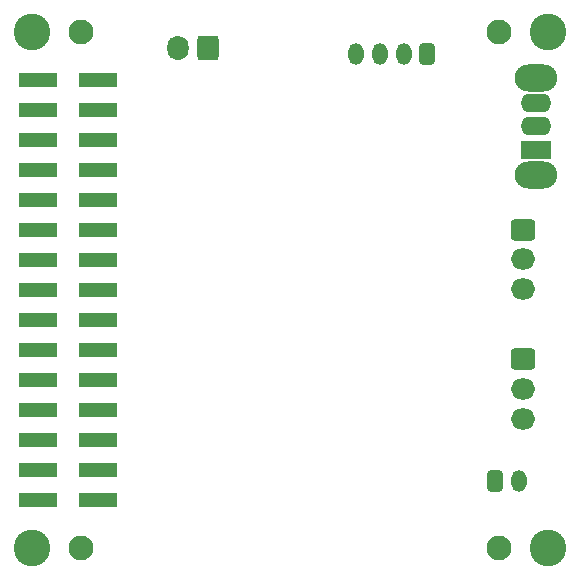
<source format=gbr>
%TF.GenerationSoftware,KiCad,Pcbnew,7.0.7-7.0.7~ubuntu23.04.1*%
%TF.CreationDate,2023-09-19T04:43:30+00:00*%
%TF.ProjectId,m5-pantilt,6d352d70-616e-4746-996c-742e6b696361,1*%
%TF.SameCoordinates,Original*%
%TF.FileFunction,Soldermask,Bot*%
%TF.FilePolarity,Negative*%
%FSLAX46Y46*%
G04 Gerber Fmt 4.6, Leading zero omitted, Abs format (unit mm)*
G04 Created by KiCad (PCBNEW 7.0.7-7.0.7~ubuntu23.04.1) date 2023-09-19 04:43:30*
%MOMM*%
%LPD*%
G01*
G04 APERTURE LIST*
G04 Aperture macros list*
%AMRoundRect*
0 Rectangle with rounded corners*
0 $1 Rounding radius*
0 $2 $3 $4 $5 $6 $7 $8 $9 X,Y pos of 4 corners*
0 Add a 4 corners polygon primitive as box body*
4,1,4,$2,$3,$4,$5,$6,$7,$8,$9,$2,$3,0*
0 Add four circle primitives for the rounded corners*
1,1,$1+$1,$2,$3*
1,1,$1+$1,$4,$5*
1,1,$1+$1,$6,$7*
1,1,$1+$1,$8,$9*
0 Add four rect primitives between the rounded corners*
20,1,$1+$1,$2,$3,$4,$5,0*
20,1,$1+$1,$4,$5,$6,$7,0*
20,1,$1+$1,$6,$7,$8,$9,0*
20,1,$1+$1,$8,$9,$2,$3,0*%
G04 Aperture macros list end*
%ADD10C,2.102000*%
%ADD11C,3.102000*%
%ADD12RoundRect,0.301000X0.350000X0.625000X-0.350000X0.625000X-0.350000X-0.625000X0.350000X-0.625000X0*%
%ADD13O,1.302000X1.852000*%
%ADD14RoundRect,0.301000X-0.350000X-0.625000X0.350000X-0.625000X0.350000X0.625000X-0.350000X0.625000X0*%
%ADD15RoundRect,0.301000X0.600000X0.750000X-0.600000X0.750000X-0.600000X-0.750000X0.600000X-0.750000X0*%
%ADD16O,1.802000X2.102000*%
%ADD17O,3.602000X2.302000*%
%ADD18RoundRect,0.051000X1.250000X-0.750000X1.250000X0.750000X-1.250000X0.750000X-1.250000X-0.750000X0*%
%ADD19O,2.602000X1.602000*%
%ADD20RoundRect,0.301000X-0.725000X0.600000X-0.725000X-0.600000X0.725000X-0.600000X0.725000X0.600000X0*%
%ADD21O,2.052000X1.802000*%
%ADD22RoundRect,0.051000X1.575000X0.500000X-1.575000X0.500000X-1.575000X-0.500000X1.575000X-0.500000X0*%
G04 APERTURE END LIST*
D10*
%TO.C,Hole3*%
X107300000Y-96850000D03*
D11*
X103150000Y-96850000D03*
%TD*%
D10*
%TO.C,Hole2*%
X142700000Y-96850000D03*
D11*
X146850000Y-96850000D03*
%TD*%
D10*
%TO.C,Hole1*%
X142700000Y-53150000D03*
D11*
X146850000Y-53150000D03*
%TD*%
D10*
%TO.C,Hole4*%
X107300000Y-53150000D03*
D11*
X103150000Y-53150000D03*
%TD*%
D12*
%TO.C,J6*%
X136600000Y-55000000D03*
D13*
X134600000Y-55000000D03*
X132600000Y-55000000D03*
X130600000Y-55000000D03*
%TD*%
D14*
%TO.C,J5*%
X142350000Y-91150000D03*
D13*
X144350000Y-91150000D03*
%TD*%
D15*
%TO.C,J7*%
X118000000Y-54525000D03*
D16*
X115500000Y-54525000D03*
%TD*%
D17*
%TO.C,SW1*%
X145800000Y-65250000D03*
X145800000Y-57050000D03*
D18*
X145800000Y-63150000D03*
D19*
X145800000Y-61150000D03*
X145800000Y-59150000D03*
%TD*%
D20*
%TO.C,J3*%
X144700000Y-69900000D03*
D21*
X144700000Y-72400000D03*
X144700000Y-74900000D03*
%TD*%
D20*
%TO.C,J8*%
X144700000Y-80900000D03*
D21*
X144700000Y-83400000D03*
X144700000Y-85900000D03*
%TD*%
D22*
%TO.C,J1*%
X108725000Y-57220000D03*
X103675000Y-57220000D03*
X108725000Y-59760000D03*
X103675000Y-59760000D03*
X108725000Y-62300000D03*
X103675000Y-62300000D03*
X108725000Y-64840000D03*
X103675000Y-64840000D03*
X108725000Y-67380000D03*
X103675000Y-67380000D03*
X108725000Y-69920000D03*
X103675000Y-69920000D03*
X108725000Y-72460000D03*
X103675000Y-72460000D03*
X108725000Y-75000000D03*
X103675000Y-75000000D03*
X108725000Y-77540000D03*
X103675000Y-77540000D03*
X108725000Y-80080000D03*
X103675000Y-80080000D03*
X108725000Y-82620000D03*
X103675000Y-82620000D03*
X108725000Y-85160000D03*
X103675000Y-85160000D03*
X108725000Y-87700000D03*
X103675000Y-87700000D03*
X108725000Y-90240000D03*
X103675000Y-90240000D03*
X108725000Y-92780000D03*
X103675000Y-92780000D03*
%TD*%
M02*

</source>
